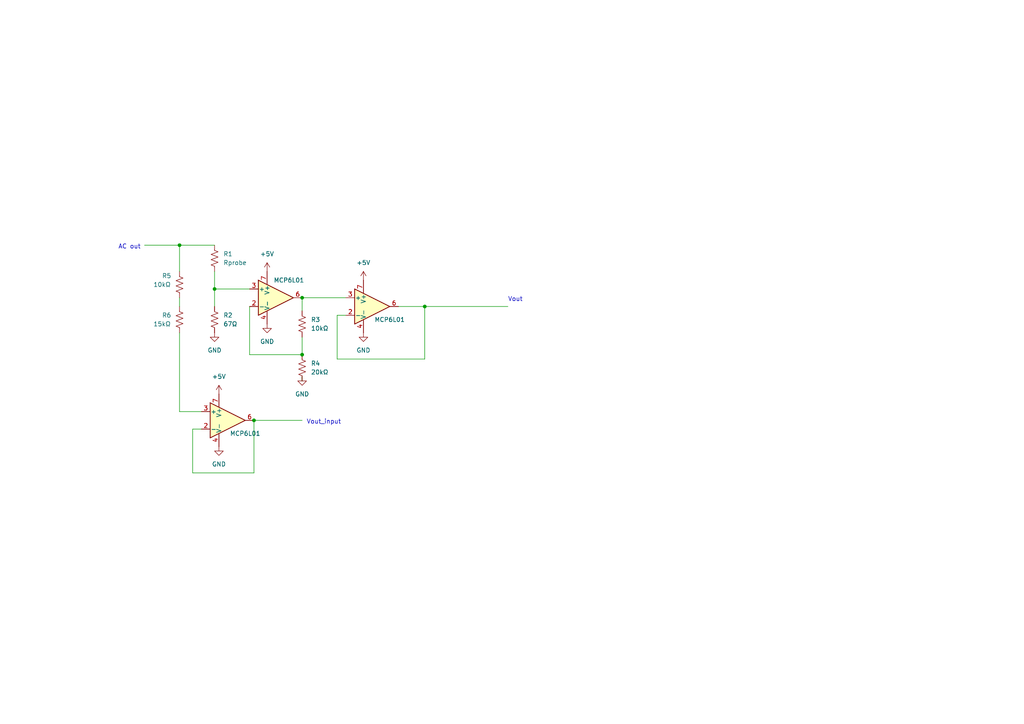
<source format=kicad_sch>
(kicad_sch (version 20230121) (generator eeschema)
  (paper "A4")
  (lib_symbols
    (symbol "Amplifier_Operational:MCP601-xST" (pin_names (offset 0.127))
      (property "Reference" "U" (at 0 6.35 0))
      (property "Value" "MCP601-xST" (at 0 3.81 0))
      (symbol "MCP601-xST_0_1"
        (polyline (pts (xy -5.08 5.08) (xy 5.08 0) (xy -5.08 -5.08) (xy -5.08 5.08)) (stroke (width 0.254)) (fill (type background)))
      )
      (symbol "MCP601-xST_1_1"
        (pin no_connect line (at -2.54 2.54 270) (length 2.54) hide (name "NC") (number "1"))
        (pin input line (at -7.62 -2.54 0) (length 2.54) (name "-") (number "2"))
        (pin input line (at -7.62 2.54 0) (length 2.54) (name "+") (number "3"))
        (pin power_in line (at -2.54 -7.62 90) (length 3.81) (name "V-") (number "4"))
        (pin no_connect line (at 0 2.54 270) (length 2.54) hide (name "NC") (number "5"))
        (pin output line (at 7.62 0 180) (length 2.54) (name "~") (number "6"))
        (pin power_in line (at -2.54 7.62 270) (length 3.81) (name "V+") (number "7"))
        (pin no_connect line (at 0 -2.54 90) (length 2.54) hide (name "NC") (number "8"))
      )
    )
    (symbol "Device:R_US" (pin_numbers hide) (pin_names (offset 0))
      (property "Reference" "R" (at 2.54 0 90))
      (property "Value" "R_US" (at -2.54 0 90))
      (symbol "R_US_0_1"
        (polyline (pts (xy 0 -2.286) (xy 0 -2.54)))
        (polyline (pts (xy 0 2.286) (xy 0 2.54)))
        (polyline (pts (xy 0 -0.762) (xy 1.016 -1.143) (xy 0 -1.524) (xy -1.016 -1.905) (xy 0 -2.286)))
        (polyline (pts (xy 0 0.762) (xy 1.016 0.381) (xy 0 0) (xy -1.016 -0.381) (xy 0 -0.762)))
        (polyline (pts (xy 0 2.286) (xy 1.016 1.905) (xy 0 1.524) (xy -1.016 1.143) (xy 0 0.762)))
      )
      (symbol "R_US_1_1"
        (pin passive line (at 0 3.81 270) (length 1.27) (name "~") (number "1"))
        (pin passive line (at 0 -3.81 90) (length 1.27) (name "~") (number "2"))
      )
    )
    (symbol "power:+5V" (power) (pin_names (offset 0))
      (property "Value" "+5V" (at 0 3.556 0))
      (symbol "+5V_0_1"
        (polyline (pts (xy -0.762 1.27) (xy 0 2.54)))
        (polyline (pts (xy 0 0) (xy 0 2.54)))
        (polyline (pts (xy 0 2.54) (xy 0.762 1.27)))
      )
      (symbol "+5V_1_1"
        (pin power_in line (at 0 0 90) (length 0) hide (name "+5V") (number "1"))
      )
    )
    (symbol "power:GND" (power) (pin_names (offset 0))
      (property "Value" "GND" (at 0 -3.81 0))
      (symbol "GND_0_1"
        (polyline (pts (xy 0 0) (xy 0 -1.27) (xy 1.27 -1.27) (xy 0 -2.54) (xy -1.27 -1.27) (xy 0 -1.27)))
      )
      (symbol "GND_1_1"
        (pin power_in line (at 0 0 270) (length 0) hide (name "GND") (number "1"))
      )
    )
  )
  (junction (at 73.66 121.92))
  (junction (at 87.63 102.87))
  (junction (at 62.23 83.82))
  (junction (at 123.19 88.9))
  (junction (at 52.07 71.12))
  (junction (at 87.63 86.36))
  (wire (pts (xy 62.23 78.74) (xy 62.23 83.82)))
  (wire (pts (xy 52.07 119.38) (xy 58.42 119.38)))
  (wire (pts (xy 87.63 90.17) (xy 87.63 86.36)))
  (wire (pts (xy 55.88 137.16) (xy 55.88 124.46)))
  (wire (pts (xy 72.39 102.87) (xy 87.63 102.87)))
  (wire (pts (xy 55.88 124.46) (xy 58.42 124.46)))
  (wire (pts (xy 87.63 109.22) (xy 87.63 110.49)))
  (wire (pts (xy 97.79 104.14) (xy 123.19 104.14)))
  (wire (pts (xy 62.23 83.82) (xy 72.39 83.82)))
  (wire (pts (xy 52.07 71.12) (xy 62.23 71.12)))
  (wire (pts (xy 73.66 121.92) (xy 73.66 137.16)))
  (wire (pts (xy 87.63 97.79) (xy 87.63 102.87)))
  (wire (pts (xy 52.07 71.12) (xy 52.07 78.74)))
  (wire (pts (xy 97.79 91.44) (xy 100.33 91.44)))
  (wire (pts (xy 73.66 121.92) (xy 87.63 121.92)))
  (wire (pts (xy 97.79 91.44) (xy 97.79 104.14)))
  (wire (pts (xy 123.19 104.14) (xy 123.19 88.9)))
  (wire (pts (xy 73.66 137.16) (xy 55.88 137.16)))
  (wire (pts (xy 62.23 83.82) (xy 62.23 88.9)))
  (wire (pts (xy 123.19 88.9) (xy 147.32 88.9)))
  (wire (pts (xy 87.63 86.36) (xy 100.33 86.36)))
  (wire (pts (xy 72.39 88.9) (xy 72.39 102.87)))
  (wire (pts (xy 52.07 88.9) (xy 52.07 86.36)))
  (wire (pts (xy 115.57 88.9) (xy 123.19 88.9)))
  (wire (pts (xy 41.91 71.12) (xy 52.07 71.12)))
  (wire (pts (xy 52.07 96.52) (xy 52.07 119.38)))
  (text "Vout" (at 147.32 87.63 0) (effects (font (size 1.27 1.27)) (justify left bottom)))
  (text "Vout_input" (at 88.9 123.19 0) (effects (font (size 1.27 1.27)) (justify left bottom)))
  (text "AC out" (at 34.29 72.39 0) (effects (font (size 1.27 1.27)) (justify left bottom)))
  (symbol (lib_id "Device:R_US") (at 87.63 93.98 0) (unit 1)
    (property "Reference" "R3" (at 90.17 92.71 0) (effects (justify left)))
    (property "Value" "10kΩ" (at 90.17 95.25 0) (effects (justify left)))
  )
  (symbol (lib_id "Device:R_US") (at 87.63 106.68 0) (unit 1)
    (property "Reference" "R4" (at 90.17 105.41 0) (effects (justify left)))
    (property "Value" "20kΩ" (at 90.17 107.95 0) (effects (justify left)))
  )
  (symbol (lib_id "Amplifier_Operational:MCP601-xST") (at 66.04 121.92 0) (unit 1)
    (property "Reference" "U3" (effects hide))
    (property "Value" "MCP6L01" (at 71.12 125.73 0))
    (property "Footprint" "Package_SO:TSSOP-8_4.4x3mm_P0.65mm" (effects hide))
    (property "Datasheet" "http://ww1.microchip.com/downloads/en/DeviceDoc/21314g.pdf" (effects hide))
  )
  (symbol (lib_id "power:+5V") (at 105.41 81.28 0) (unit 1)
    (property "Reference" "#PWR08" (effects hide))
    (property "Value" "+5V" (at 105.41 76.2 0))
  )
  (symbol (lib_id "Amplifier_Operational:MCP601-xST") (at 107.95 88.9 0) (unit 1)
    (property "Reference" "U2" (effects hide))
    (property "Value" "MCP6L01" (at 113.03 92.71 0))
    (property "Footprint" "Package_SO:TSSOP-8_4.4x3mm_P0.65mm" (effects hide))
    (property "Datasheet" "http://ww1.microchip.com/downloads/en/DeviceDoc/21314g.pdf" (effects hide))
  )
  (symbol (lib_id "Amplifier_Operational:MCP601-xST") (at 80.01 86.36 0) (unit 1)
    (property "Reference" "U1" (effects hide))
    (property "Value" "MCP6L01" (at 83.82 81.28 0))
    (property "Footprint" "Package_SO:TSSOP-8_4.4x3mm_P0.65mm" (effects hide))
    (property "Datasheet" "http://ww1.microchip.com/downloads/en/DeviceDoc/21314g.pdf" (effects hide))
  )
  (symbol (lib_id "power:+5V") (at 77.47 78.74 0) (unit 1)
    (property "Reference" "#PWR02" (effects hide))
    (property "Value" "+5V" (at 77.47 73.66 0))
  )
  (symbol (lib_id "Device:R_US") (at 52.07 82.55 0) (unit 1)
    (property "Reference" "R5" (at 46.99 80.01 0) (effects (justify left)))
    (property "Value" "10kΩ" (at 44.45 82.55 0) (effects (justify left)))
  )
  (symbol (lib_id "power:+5V") (at 63.5 114.3 0) (unit 1)
    (property "Reference" "#PWR09" (effects hide))
    (property "Value" "+5V" (at 63.5 109.22 0))
  )
  (symbol (lib_id "Device:R_US") (at 52.07 92.71 0) (unit 1)
    (property "Reference" "R6" (at 46.99 91.44 0) (effects (justify left)))
    (property "Value" "15kΩ" (at 44.45 93.98 0) (effects (justify left)))
  )
  (symbol (lib_id "power:GND") (at 63.5 129.54 0) (unit 1)
    (property "Reference" "#PWR010" (effects hide))
    (property "Value" "GND" (at 63.5 134.62 0))
  )
  (symbol (lib_id "Device:R_US") (at 62.23 74.93 0) (unit 1)
    (property "Reference" "R1" (at 64.77 73.66 0) (effects (justify left)))
    (property "Value" "Rprobe" (at 64.77 76.2 0) (effects (justify left)))
  )
  (symbol (lib_id "power:GND") (at 77.47 93.98 0) (unit 1)
    (property "Reference" "#PWR04" (effects hide))
    (property "Value" "GND" (at 77.47 99.06 0))
  )
  (symbol (lib_id "power:GND") (at 62.23 96.52 0) (unit 1)
    (property "Reference" "#PWR01" (effects hide))
    (property "Value" "GND" (at 62.23 101.6 0))
  )
  (symbol (lib_id "power:GND") (at 87.63 109.22 0) (unit 1)
    (property "Reference" "#PWR03" (effects hide))
    (property "Value" "GND" (at 87.63 114.3 0))
  )
  (symbol (lib_id "power:GND") (at 105.41 96.52 0) (unit 1)
    (property "Reference" "#PWR05" (effects hide))
    (property "Value" "GND" (at 105.41 101.6 0))
  )
  (symbol (lib_id "Device:R_US") (at 62.23 92.71 0) (unit 1)
    (property "Reference" "R2" (at 64.77 91.44 0) (effects (justify left)))
    (property "Value" "67Ω" (at 64.77 93.98 0) (effects (justify left)))
  )
)
</source>
